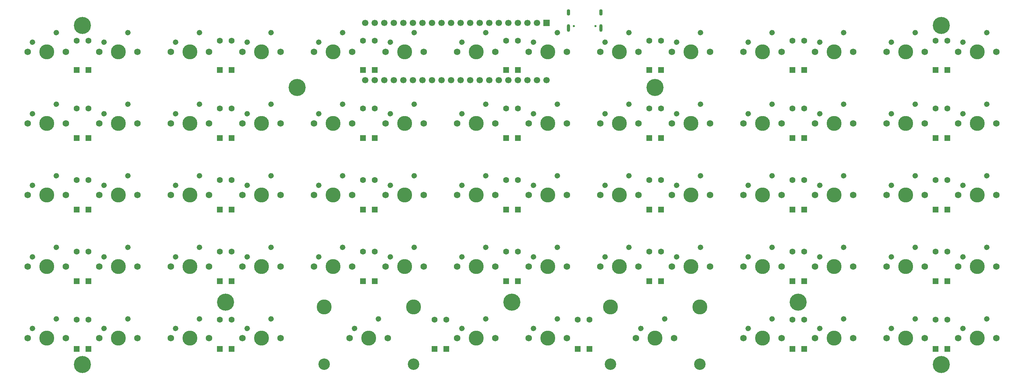
<source format=gbr>
%TF.GenerationSoftware,KiCad,Pcbnew,(6.0.4)*%
%TF.CreationDate,2022-09-11T20:25:19+10:00*%
%TF.ProjectId,pcb,7063622e-6b69-4636-9164-5f7063625858,rev?*%
%TF.SameCoordinates,Original*%
%TF.FileFunction,Soldermask,Top*%
%TF.FilePolarity,Negative*%
%FSLAX46Y46*%
G04 Gerber Fmt 4.6, Leading zero omitted, Abs format (unit mm)*
G04 Created by KiCad (PCBNEW (6.0.4)) date 2022-09-11 20:25:19*
%MOMM*%
%LPD*%
G01*
G04 APERTURE LIST*
%ADD10C,0.735000*%
%ADD11C,1.750000*%
%ADD12C,3.987800*%
%ADD13C,4.550000*%
%ADD14R,1.700000X1.700000*%
%ADD15C,1.700000*%
%ADD16C,3.048000*%
%ADD17R,1.600000X1.600000*%
%ADD18C,1.600000*%
%ADD19C,0.600000*%
%ADD20O,0.900000X2.000000*%
%ADD21O,0.900000X1.700000*%
G04 APERTURE END LIST*
%TO.C,SW17*%
D10*
X44182500Y-26035000D02*
G75*
G03*
X44182500Y-26035000I-367500J0D01*
G01*
X50532500Y-23495000D02*
G75*
G03*
X50532500Y-23495000I-367500J0D01*
G01*
%TO.C,SW31*%
X50532500Y-42545000D02*
G75*
G03*
X50532500Y-42545000I-367500J0D01*
G01*
X44182500Y-45085000D02*
G75*
G03*
X44182500Y-45085000I-367500J0D01*
G01*
%TO.C,SW3*%
X50532500Y-4445000D02*
G75*
G03*
X50532500Y-4445000I-367500J0D01*
G01*
X44182500Y-6985000D02*
G75*
G03*
X44182500Y-6985000I-367500J0D01*
G01*
%TO.C,SW30*%
X25132500Y-45085000D02*
G75*
G03*
X25132500Y-45085000I-367500J0D01*
G01*
X31482500Y-42545000D02*
G75*
G03*
X31482500Y-42545000I-367500J0D01*
G01*
%TO.C,SW60*%
X69582500Y-80645000D02*
G75*
G03*
X69582500Y-80645000I-367500J0D01*
G01*
X63232500Y-83185000D02*
G75*
G03*
X63232500Y-83185000I-367500J0D01*
G01*
%TO.C,SW33*%
X88632500Y-42545000D02*
G75*
G03*
X88632500Y-42545000I-367500J0D01*
G01*
X82282500Y-45085000D02*
G75*
G03*
X82282500Y-45085000I-367500J0D01*
G01*
%TO.C,SW46*%
X63232500Y-64135000D02*
G75*
G03*
X63232500Y-64135000I-367500J0D01*
G01*
X69582500Y-61595000D02*
G75*
G03*
X69582500Y-61595000I-367500J0D01*
G01*
%TO.C,SW65*%
X202932500Y-80645000D02*
G75*
G03*
X202932500Y-80645000I-367500J0D01*
G01*
X196582500Y-83185000D02*
G75*
G03*
X196582500Y-83185000I-367500J0D01*
G01*
%TO.C,SW57*%
X12432500Y-80645000D02*
G75*
G03*
X12432500Y-80645000I-367500J0D01*
G01*
X6082500Y-83185000D02*
G75*
G03*
X6082500Y-83185000I-367500J0D01*
G01*
%TO.C,SW68*%
X253732500Y-83185000D02*
G75*
G03*
X253732500Y-83185000I-367500J0D01*
G01*
X260082500Y-80645000D02*
G75*
G03*
X260082500Y-80645000I-367500J0D01*
G01*
%TO.C,SW47*%
X82282500Y-64135000D02*
G75*
G03*
X82282500Y-64135000I-367500J0D01*
G01*
X88632500Y-61595000D02*
G75*
G03*
X88632500Y-61595000I-367500J0D01*
G01*
%TO.C,SW51*%
X164832500Y-61595000D02*
G75*
G03*
X164832500Y-61595000I-367500J0D01*
G01*
X158482500Y-64135000D02*
G75*
G03*
X158482500Y-64135000I-367500J0D01*
G01*
%TO.C,SW43*%
X6082500Y-64135000D02*
G75*
G03*
X6082500Y-64135000I-367500J0D01*
G01*
X12432500Y-61595000D02*
G75*
G03*
X12432500Y-61595000I-367500J0D01*
G01*
%TO.C,SW58*%
X25132500Y-83185000D02*
G75*
G03*
X25132500Y-83185000I-367500J0D01*
G01*
X31482500Y-80645000D02*
G75*
G03*
X31482500Y-80645000I-367500J0D01*
G01*
%TO.C,SW1*%
X6082500Y-6985000D02*
G75*
G03*
X6082500Y-6985000I-367500J0D01*
G01*
X12432500Y-4445000D02*
G75*
G03*
X12432500Y-4445000I-367500J0D01*
G01*
%TO.C,SW42*%
X253732500Y-45085000D02*
G75*
G03*
X253732500Y-45085000I-367500J0D01*
G01*
X260082500Y-42545000D02*
G75*
G03*
X260082500Y-42545000I-367500J0D01*
G01*
%TO.C,SW11*%
X202932500Y-4445000D02*
G75*
G03*
X202932500Y-4445000I-367500J0D01*
G01*
X196582500Y-6985000D02*
G75*
G03*
X196582500Y-6985000I-367500J0D01*
G01*
%TO.C,SW54*%
X221982500Y-61595000D02*
G75*
G03*
X221982500Y-61595000I-367500J0D01*
G01*
X215632500Y-64135000D02*
G75*
G03*
X215632500Y-64135000I-367500J0D01*
G01*
%TO.C,SW38*%
X183882500Y-42545000D02*
G75*
G03*
X183882500Y-42545000I-367500J0D01*
G01*
X177532500Y-45085000D02*
G75*
G03*
X177532500Y-45085000I-367500J0D01*
G01*
%TO.C,SW63*%
X145782500Y-80645000D02*
G75*
G03*
X145782500Y-80645000I-367500J0D01*
G01*
X139432500Y-83185000D02*
G75*
G03*
X139432500Y-83185000I-367500J0D01*
G01*
%TO.C,SW5*%
X88632500Y-4445000D02*
G75*
G03*
X88632500Y-4445000I-367500J0D01*
G01*
X82282500Y-6985000D02*
G75*
G03*
X82282500Y-6985000I-367500J0D01*
G01*
%TO.C,SW10*%
X177532500Y-6985000D02*
G75*
G03*
X177532500Y-6985000I-367500J0D01*
G01*
X183882500Y-4445000D02*
G75*
G03*
X183882500Y-4445000I-367500J0D01*
G01*
%TO.C,SW52*%
X177532500Y-64135000D02*
G75*
G03*
X177532500Y-64135000I-367500J0D01*
G01*
X183882500Y-61595000D02*
G75*
G03*
X183882500Y-61595000I-367500J0D01*
G01*
%TO.C,SW23*%
X164832500Y-23495000D02*
G75*
G03*
X164832500Y-23495000I-367500J0D01*
G01*
X158482500Y-26035000D02*
G75*
G03*
X158482500Y-26035000I-367500J0D01*
G01*
%TO.C,SW48*%
X107682500Y-61595000D02*
G75*
G03*
X107682500Y-61595000I-367500J0D01*
G01*
X101332500Y-64135000D02*
G75*
G03*
X101332500Y-64135000I-367500J0D01*
G01*
%TO.C,SW39*%
X202932500Y-42545000D02*
G75*
G03*
X202932500Y-42545000I-367500J0D01*
G01*
X196582500Y-45085000D02*
G75*
G03*
X196582500Y-45085000I-367500J0D01*
G01*
%TO.C,SW14*%
X260082500Y-4445000D02*
G75*
G03*
X260082500Y-4445000I-367500J0D01*
G01*
X253732500Y-6985000D02*
G75*
G03*
X253732500Y-6985000I-367500J0D01*
G01*
%TO.C,SW59*%
X50532500Y-80645000D02*
G75*
G03*
X50532500Y-80645000I-367500J0D01*
G01*
X44182500Y-83185000D02*
G75*
G03*
X44182500Y-83185000I-367500J0D01*
G01*
%TO.C,SW56*%
X260082500Y-61595000D02*
G75*
G03*
X260082500Y-61595000I-367500J0D01*
G01*
X253732500Y-64135000D02*
G75*
G03*
X253732500Y-64135000I-367500J0D01*
G01*
%TO.C,SW49*%
X126732500Y-61595000D02*
G75*
G03*
X126732500Y-61595000I-367500J0D01*
G01*
X120382500Y-64135000D02*
G75*
G03*
X120382500Y-64135000I-367500J0D01*
G01*
%TO.C,SW66*%
X215632500Y-83185000D02*
G75*
G03*
X215632500Y-83185000I-367500J0D01*
G01*
X221982500Y-80645000D02*
G75*
G03*
X221982500Y-80645000I-367500J0D01*
G01*
%TO.C,SW50*%
X145782500Y-61595000D02*
G75*
G03*
X145782500Y-61595000I-367500J0D01*
G01*
X139432500Y-64135000D02*
G75*
G03*
X139432500Y-64135000I-367500J0D01*
G01*
%TO.C,SW13*%
X241032500Y-4445000D02*
G75*
G03*
X241032500Y-4445000I-367500J0D01*
G01*
X234682500Y-6985000D02*
G75*
G03*
X234682500Y-6985000I-367500J0D01*
G01*
%TO.C,SW9*%
X158482500Y-6985000D02*
G75*
G03*
X158482500Y-6985000I-367500J0D01*
G01*
X164832500Y-4445000D02*
G75*
G03*
X164832500Y-4445000I-367500J0D01*
G01*
%TO.C,SW45*%
X50532500Y-61595000D02*
G75*
G03*
X50532500Y-61595000I-367500J0D01*
G01*
X44182500Y-64135000D02*
G75*
G03*
X44182500Y-64135000I-367500J0D01*
G01*
%TO.C,SW4*%
X69582500Y-4445000D02*
G75*
G03*
X69582500Y-4445000I-367500J0D01*
G01*
X63232500Y-6985000D02*
G75*
G03*
X63232500Y-6985000I-367500J0D01*
G01*
%TO.C,SW6*%
X101332500Y-6985000D02*
G75*
G03*
X101332500Y-6985000I-367500J0D01*
G01*
X107682500Y-4445000D02*
G75*
G03*
X107682500Y-4445000I-367500J0D01*
G01*
%TO.C,SW40*%
X215632500Y-45085000D02*
G75*
G03*
X215632500Y-45085000I-367500J0D01*
G01*
X221982500Y-42545000D02*
G75*
G03*
X221982500Y-42545000I-367500J0D01*
G01*
%TO.C,SW53*%
X202932500Y-61595000D02*
G75*
G03*
X202932500Y-61595000I-367500J0D01*
G01*
X196582500Y-64135000D02*
G75*
G03*
X196582500Y-64135000I-367500J0D01*
G01*
%TO.C,SW29*%
X6082500Y-45085000D02*
G75*
G03*
X6082500Y-45085000I-367500J0D01*
G01*
X12432500Y-42545000D02*
G75*
G03*
X12432500Y-42545000I-367500J0D01*
G01*
%TO.C,SW22*%
X145782500Y-23495000D02*
G75*
G03*
X145782500Y-23495000I-367500J0D01*
G01*
X139432500Y-26035000D02*
G75*
G03*
X139432500Y-26035000I-367500J0D01*
G01*
%TO.C,SW34*%
X101332500Y-45085000D02*
G75*
G03*
X101332500Y-45085000I-367500J0D01*
G01*
X107682500Y-42545000D02*
G75*
G03*
X107682500Y-42545000I-367500J0D01*
G01*
%TO.C,SW7*%
X120382500Y-6985000D02*
G75*
G03*
X120382500Y-6985000I-367500J0D01*
G01*
X126732500Y-4445000D02*
G75*
G03*
X126732500Y-4445000I-367500J0D01*
G01*
%TO.C,SW24*%
X183882500Y-23495000D02*
G75*
G03*
X183882500Y-23495000I-367500J0D01*
G01*
X177532500Y-26035000D02*
G75*
G03*
X177532500Y-26035000I-367500J0D01*
G01*
%TO.C,SW62*%
X126732500Y-80645000D02*
G75*
G03*
X126732500Y-80645000I-367500J0D01*
G01*
X120382500Y-83185000D02*
G75*
G03*
X120382500Y-83185000I-367500J0D01*
G01*
%TO.C,SW15*%
X12432500Y-23495000D02*
G75*
G03*
X12432500Y-23495000I-367500J0D01*
G01*
X6082500Y-26035000D02*
G75*
G03*
X6082500Y-26035000I-367500J0D01*
G01*
%TO.C,SW2*%
X31482500Y-4445000D02*
G75*
G03*
X31482500Y-4445000I-367500J0D01*
G01*
X25132500Y-6985000D02*
G75*
G03*
X25132500Y-6985000I-367500J0D01*
G01*
%TO.C,SW18*%
X69582500Y-23495000D02*
G75*
G03*
X69582500Y-23495000I-367500J0D01*
G01*
X63232500Y-26035000D02*
G75*
G03*
X63232500Y-26035000I-367500J0D01*
G01*
%TO.C,SW12*%
X215632500Y-6985000D02*
G75*
G03*
X215632500Y-6985000I-367500J0D01*
G01*
X221982500Y-4445000D02*
G75*
G03*
X221982500Y-4445000I-367500J0D01*
G01*
%TO.C,SW61*%
X91807500Y-83185000D02*
G75*
G03*
X91807500Y-83185000I-367500J0D01*
G01*
X98157500Y-80645000D02*
G75*
G03*
X98157500Y-80645000I-367500J0D01*
G01*
%TO.C,SW67*%
X234682500Y-83185000D02*
G75*
G03*
X234682500Y-83185000I-367500J0D01*
G01*
X241032500Y-80645000D02*
G75*
G03*
X241032500Y-80645000I-367500J0D01*
G01*
%TO.C,SW36*%
X139432500Y-45085000D02*
G75*
G03*
X139432500Y-45085000I-367500J0D01*
G01*
X145782500Y-42545000D02*
G75*
G03*
X145782500Y-42545000I-367500J0D01*
G01*
%TO.C,SW55*%
X241032500Y-61595000D02*
G75*
G03*
X241032500Y-61595000I-367500J0D01*
G01*
X234682500Y-64135000D02*
G75*
G03*
X234682500Y-64135000I-367500J0D01*
G01*
%TO.C,SW26*%
X221982500Y-23495000D02*
G75*
G03*
X221982500Y-23495000I-367500J0D01*
G01*
X215632500Y-26035000D02*
G75*
G03*
X215632500Y-26035000I-367500J0D01*
G01*
%TO.C,SW8*%
X139432500Y-6985000D02*
G75*
G03*
X139432500Y-6985000I-367500J0D01*
G01*
X145782500Y-4445000D02*
G75*
G03*
X145782500Y-4445000I-367500J0D01*
G01*
%TO.C,SW37*%
X158482500Y-45085000D02*
G75*
G03*
X158482500Y-45085000I-367500J0D01*
G01*
X164832500Y-42545000D02*
G75*
G03*
X164832500Y-42545000I-367500J0D01*
G01*
%TO.C,SW25*%
X202932500Y-23495000D02*
G75*
G03*
X202932500Y-23495000I-367500J0D01*
G01*
X196582500Y-26035000D02*
G75*
G03*
X196582500Y-26035000I-367500J0D01*
G01*
%TO.C,SW64*%
X168007500Y-83185000D02*
G75*
G03*
X168007500Y-83185000I-367500J0D01*
G01*
X174357500Y-80645000D02*
G75*
G03*
X174357500Y-80645000I-367500J0D01*
G01*
%TO.C,SW41*%
X234682500Y-45085000D02*
G75*
G03*
X234682500Y-45085000I-367500J0D01*
G01*
X241032500Y-42545000D02*
G75*
G03*
X241032500Y-42545000I-367500J0D01*
G01*
%TO.C,SW21*%
X120382500Y-26035000D02*
G75*
G03*
X120382500Y-26035000I-367500J0D01*
G01*
X126732500Y-23495000D02*
G75*
G03*
X126732500Y-23495000I-367500J0D01*
G01*
%TO.C,SW19*%
X82282500Y-26035000D02*
G75*
G03*
X82282500Y-26035000I-367500J0D01*
G01*
X88632500Y-23495000D02*
G75*
G03*
X88632500Y-23495000I-367500J0D01*
G01*
%TO.C,SW32*%
X63232500Y-45085000D02*
G75*
G03*
X63232500Y-45085000I-367500J0D01*
G01*
X69582500Y-42545000D02*
G75*
G03*
X69582500Y-42545000I-367500J0D01*
G01*
%TO.C,SW20*%
X101332500Y-26035000D02*
G75*
G03*
X101332500Y-26035000I-367500J0D01*
G01*
X107682500Y-23495000D02*
G75*
G03*
X107682500Y-23495000I-367500J0D01*
G01*
%TO.C,SW28*%
X260082500Y-23495000D02*
G75*
G03*
X260082500Y-23495000I-367500J0D01*
G01*
X253732500Y-26035000D02*
G75*
G03*
X253732500Y-26035000I-367500J0D01*
G01*
%TO.C,SW44*%
X25132500Y-64135000D02*
G75*
G03*
X25132500Y-64135000I-367500J0D01*
G01*
X31482500Y-61595000D02*
G75*
G03*
X31482500Y-61595000I-367500J0D01*
G01*
%TO.C,SW27*%
X234682500Y-26035000D02*
G75*
G03*
X234682500Y-26035000I-367500J0D01*
G01*
X241032500Y-23495000D02*
G75*
G03*
X241032500Y-23495000I-367500J0D01*
G01*
%TO.C,SW16*%
X31482500Y-23495000D02*
G75*
G03*
X31482500Y-23495000I-367500J0D01*
G01*
X25132500Y-26035000D02*
G75*
G03*
X25132500Y-26035000I-367500J0D01*
G01*
%TO.C,SW35*%
X120382500Y-45085000D02*
G75*
G03*
X120382500Y-45085000I-367500J0D01*
G01*
X126732500Y-42545000D02*
G75*
G03*
X126732500Y-42545000I-367500J0D01*
G01*
%TD*%
D11*
%TO.C,SW17*%
X52705000Y-28575000D03*
D12*
X47625000Y-28575000D03*
D11*
X42545000Y-28575000D03*
%TD*%
%TO.C,SW31*%
X42545000Y-47625000D03*
X52705000Y-47625000D03*
D12*
X47625000Y-47625000D03*
%TD*%
D13*
%TO.C,H8*%
X19050000Y-92750000D03*
%TD*%
D11*
%TO.C,SW3*%
X42545000Y-9525000D03*
D12*
X47625000Y-9525000D03*
D11*
X52705000Y-9525000D03*
%TD*%
%TO.C,SW30*%
X33655000Y-47625000D03*
D12*
X28575000Y-47625000D03*
D11*
X23495000Y-47625000D03*
%TD*%
%TO.C,SW60*%
X61595000Y-85725000D03*
D12*
X66675000Y-85725000D03*
D11*
X71755000Y-85725000D03*
%TD*%
%TO.C,SW33*%
X90805000Y-47625000D03*
X80645000Y-47625000D03*
D12*
X85725000Y-47625000D03*
%TD*%
%TO.C,SW46*%
X66675000Y-66675000D03*
D11*
X71755000Y-66675000D03*
X61595000Y-66675000D03*
%TD*%
D12*
%TO.C,SW65*%
X200025000Y-85725000D03*
D11*
X205105000Y-85725000D03*
X194945000Y-85725000D03*
%TD*%
%TO.C,SW57*%
X4445000Y-85725000D03*
D12*
X9525000Y-85725000D03*
D11*
X14605000Y-85725000D03*
%TD*%
D14*
%TO.C,U1*%
X142550000Y-1850000D03*
D15*
X140010000Y-1850000D03*
X137470000Y-1850000D03*
X134930000Y-1850000D03*
X132390000Y-1850000D03*
X129850000Y-1850000D03*
X127310000Y-1850000D03*
X124770000Y-1850000D03*
X122230000Y-1850000D03*
X119690000Y-1850000D03*
X117150000Y-1850000D03*
X114610000Y-1850000D03*
X112070000Y-1850000D03*
X109530000Y-1850000D03*
X106990000Y-1850000D03*
X104450000Y-1850000D03*
X101910000Y-1850000D03*
X99370000Y-1850000D03*
X96830000Y-1850000D03*
X94290000Y-1850000D03*
X94290000Y-17090000D03*
X96830000Y-17090000D03*
X99370000Y-17090000D03*
X101910000Y-17090000D03*
X104450000Y-17090000D03*
X106990000Y-17090000D03*
X109530000Y-17090000D03*
X112070000Y-17090000D03*
X114610000Y-17090000D03*
X117150000Y-17090000D03*
X119690000Y-17090000D03*
X122230000Y-17090000D03*
X124770000Y-17090000D03*
X127310000Y-17090000D03*
X129850000Y-17090000D03*
X132390000Y-17090000D03*
X134930000Y-17090000D03*
X137470000Y-17090000D03*
X140010000Y-17090000D03*
X142550000Y-17090000D03*
%TD*%
D11*
%TO.C,SW68*%
X262255000Y-85725000D03*
X252095000Y-85725000D03*
D12*
X257175000Y-85725000D03*
%TD*%
D11*
%TO.C,SW47*%
X80645000Y-66675000D03*
X90805000Y-66675000D03*
D12*
X85725000Y-66675000D03*
%TD*%
D11*
%TO.C,SW51*%
X167005000Y-66675000D03*
D12*
X161925000Y-66675000D03*
D11*
X156845000Y-66675000D03*
%TD*%
%TO.C,SW43*%
X14605000Y-66675000D03*
D12*
X9525000Y-66675000D03*
D11*
X4445000Y-66675000D03*
%TD*%
%TO.C,SW58*%
X33655000Y-85725000D03*
D12*
X28575000Y-85725000D03*
D11*
X23495000Y-85725000D03*
%TD*%
%TO.C,SW1*%
X14605000Y-9525000D03*
D12*
X9525000Y-9525000D03*
D11*
X4445000Y-9525000D03*
%TD*%
D12*
%TO.C,SW42*%
X257175000Y-47625000D03*
D11*
X262255000Y-47625000D03*
X252095000Y-47625000D03*
%TD*%
%TO.C,SW11*%
X194945000Y-9525000D03*
D12*
X200025000Y-9525000D03*
D11*
X205105000Y-9525000D03*
%TD*%
D12*
%TO.C,SW54*%
X219075000Y-66675000D03*
D11*
X213995000Y-66675000D03*
X224155000Y-66675000D03*
%TD*%
D12*
%TO.C,SW38*%
X180975000Y-47625000D03*
D11*
X175895000Y-47625000D03*
X186055000Y-47625000D03*
%TD*%
%TO.C,SW63*%
X137795000Y-85725000D03*
X147955000Y-85725000D03*
D12*
X142875000Y-85725000D03*
%TD*%
D11*
%TO.C,SW5*%
X90805000Y-9525000D03*
D12*
X85725000Y-9525000D03*
D11*
X80645000Y-9525000D03*
%TD*%
D12*
%TO.C,SW10*%
X180975000Y-9525000D03*
D11*
X186055000Y-9525000D03*
X175895000Y-9525000D03*
%TD*%
D12*
%TO.C,SW52*%
X180975000Y-66675000D03*
D11*
X175895000Y-66675000D03*
X186055000Y-66675000D03*
%TD*%
D13*
%TO.C,H3*%
X171450000Y-19050000D03*
%TD*%
D11*
%TO.C,SW23*%
X167005000Y-28575000D03*
D12*
X161925000Y-28575000D03*
D11*
X156845000Y-28575000D03*
%TD*%
D12*
%TO.C,SW48*%
X104775000Y-66675000D03*
D11*
X109855000Y-66675000D03*
X99695000Y-66675000D03*
%TD*%
D13*
%TO.C,H7*%
X209550000Y-76200000D03*
%TD*%
D11*
%TO.C,SW39*%
X194945000Y-47625000D03*
D12*
X200025000Y-47625000D03*
D11*
X205105000Y-47625000D03*
%TD*%
D13*
%TO.C,H9*%
X247650000Y-92750000D03*
%TD*%
D11*
%TO.C,SW14*%
X262255000Y-9525000D03*
D12*
X257175000Y-9525000D03*
D11*
X252095000Y-9525000D03*
%TD*%
D12*
%TO.C,SW59*%
X47625000Y-85725000D03*
D11*
X52705000Y-85725000D03*
X42545000Y-85725000D03*
%TD*%
%TO.C,SW56*%
X252095000Y-66675000D03*
D12*
X257175000Y-66675000D03*
D11*
X262255000Y-66675000D03*
%TD*%
%TO.C,SW49*%
X128905000Y-66675000D03*
D12*
X123825000Y-66675000D03*
D11*
X118745000Y-66675000D03*
%TD*%
%TO.C,SW66*%
X213995000Y-85725000D03*
X224155000Y-85725000D03*
D12*
X219075000Y-85725000D03*
%TD*%
%TO.C,SW50*%
X142875000Y-66675000D03*
D11*
X137795000Y-66675000D03*
X147955000Y-66675000D03*
%TD*%
D13*
%TO.C,H6*%
X133350000Y-76200000D03*
%TD*%
D12*
%TO.C,SW13*%
X238125000Y-9525000D03*
D11*
X233045000Y-9525000D03*
X243205000Y-9525000D03*
%TD*%
%TO.C,SW9*%
X167005000Y-9525000D03*
D12*
X161925000Y-9525000D03*
D11*
X156845000Y-9525000D03*
%TD*%
%TO.C,SW45*%
X52705000Y-66675000D03*
D12*
X47625000Y-66675000D03*
D11*
X42545000Y-66675000D03*
%TD*%
D12*
%TO.C,SW4*%
X66675000Y-9525000D03*
D11*
X71755000Y-9525000D03*
X61595000Y-9525000D03*
%TD*%
%TO.C,SW6*%
X109855000Y-9525000D03*
D12*
X104775000Y-9525000D03*
D11*
X99695000Y-9525000D03*
%TD*%
%TO.C,SW40*%
X213995000Y-47625000D03*
X224155000Y-47625000D03*
D12*
X219075000Y-47625000D03*
%TD*%
D11*
%TO.C,SW53*%
X194945000Y-66675000D03*
X205105000Y-66675000D03*
D12*
X200025000Y-66675000D03*
%TD*%
%TO.C,SW29*%
X9525000Y-47625000D03*
D11*
X4445000Y-47625000D03*
X14605000Y-47625000D03*
%TD*%
%TO.C,SW22*%
X147955000Y-28575000D03*
D12*
X142875000Y-28575000D03*
D11*
X137795000Y-28575000D03*
%TD*%
D12*
%TO.C,SW34*%
X104775000Y-47625000D03*
D11*
X99695000Y-47625000D03*
X109855000Y-47625000D03*
%TD*%
%TO.C,SW7*%
X128905000Y-9525000D03*
D12*
X123825000Y-9525000D03*
D11*
X118745000Y-9525000D03*
%TD*%
%TO.C,SW24*%
X186055000Y-28575000D03*
X175895000Y-28575000D03*
D12*
X180975000Y-28575000D03*
%TD*%
%TO.C,SW62*%
X123825000Y-85725000D03*
D11*
X118745000Y-85725000D03*
X128905000Y-85725000D03*
%TD*%
D12*
%TO.C,SW15*%
X9525000Y-28575000D03*
D11*
X14605000Y-28575000D03*
X4445000Y-28575000D03*
%TD*%
D13*
%TO.C,H4*%
X247650000Y-2500000D03*
%TD*%
D11*
%TO.C,SW2*%
X23495000Y-9525000D03*
D12*
X28575000Y-9525000D03*
D11*
X33655000Y-9525000D03*
%TD*%
D13*
%TO.C,H5*%
X57150000Y-76200000D03*
%TD*%
D11*
%TO.C,SW18*%
X71755000Y-28575000D03*
D12*
X66675000Y-28575000D03*
D11*
X61595000Y-28575000D03*
%TD*%
%TO.C,SW12*%
X224155000Y-9525000D03*
D12*
X219075000Y-9525000D03*
D11*
X213995000Y-9525000D03*
%TD*%
D16*
%TO.C,SW61*%
X107156250Y-92710000D03*
D12*
X95250000Y-85725000D03*
D16*
X83343750Y-92710000D03*
D12*
X83343750Y-77470000D03*
D11*
X100330000Y-85725000D03*
D12*
X107156250Y-77470000D03*
D11*
X90170000Y-85725000D03*
%TD*%
D12*
%TO.C,SW67*%
X238125000Y-85725000D03*
D11*
X243205000Y-85725000D03*
X233045000Y-85725000D03*
%TD*%
D12*
%TO.C,SW36*%
X142875000Y-47625000D03*
D11*
X147955000Y-47625000D03*
X137795000Y-47625000D03*
%TD*%
D12*
%TO.C,SW55*%
X238125000Y-66675000D03*
D11*
X243205000Y-66675000D03*
X233045000Y-66675000D03*
%TD*%
D12*
%TO.C,SW26*%
X219075000Y-28575000D03*
D11*
X213995000Y-28575000D03*
X224155000Y-28575000D03*
%TD*%
D13*
%TO.C,H2*%
X76200000Y-19050000D03*
%TD*%
D11*
%TO.C,SW8*%
X137795000Y-9525000D03*
D12*
X142875000Y-9525000D03*
D11*
X147955000Y-9525000D03*
%TD*%
D12*
%TO.C,SW37*%
X161925000Y-47625000D03*
D11*
X167005000Y-47625000D03*
X156845000Y-47625000D03*
%TD*%
%TO.C,SW25*%
X205105000Y-28575000D03*
X194945000Y-28575000D03*
D12*
X200025000Y-28575000D03*
%TD*%
%TO.C,SW64*%
X183356250Y-77470000D03*
D11*
X166370000Y-85725000D03*
D16*
X159543750Y-92710000D03*
D12*
X171450000Y-85725000D03*
D16*
X183356250Y-92710000D03*
D11*
X176530000Y-85725000D03*
D12*
X159543750Y-77470000D03*
%TD*%
D11*
%TO.C,SW41*%
X243205000Y-47625000D03*
D12*
X238125000Y-47625000D03*
D11*
X233045000Y-47625000D03*
%TD*%
D12*
%TO.C,SW21*%
X123825000Y-28575000D03*
D11*
X128905000Y-28575000D03*
X118745000Y-28575000D03*
%TD*%
D12*
%TO.C,SW19*%
X85725000Y-28575000D03*
D11*
X80645000Y-28575000D03*
X90805000Y-28575000D03*
%TD*%
%TO.C,SW32*%
X61595000Y-47625000D03*
X71755000Y-47625000D03*
D12*
X66675000Y-47625000D03*
%TD*%
D11*
%TO.C,SW20*%
X99695000Y-28575000D03*
D12*
X104775000Y-28575000D03*
D11*
X109855000Y-28575000D03*
%TD*%
D13*
%TO.C,H1*%
X19050000Y-2500000D03*
%TD*%
D11*
%TO.C,SW28*%
X262255000Y-28575000D03*
D12*
X257175000Y-28575000D03*
D11*
X252095000Y-28575000D03*
%TD*%
%TO.C,SW44*%
X23495000Y-66675000D03*
D12*
X28575000Y-66675000D03*
D11*
X33655000Y-66675000D03*
%TD*%
%TO.C,SW27*%
X243205000Y-28575000D03*
D12*
X238125000Y-28575000D03*
D11*
X233045000Y-28575000D03*
%TD*%
D12*
%TO.C,SW16*%
X28575000Y-28575000D03*
D11*
X33655000Y-28575000D03*
X23495000Y-28575000D03*
%TD*%
D12*
%TO.C,SW35*%
X123825000Y-47625000D03*
D11*
X128905000Y-47625000D03*
X118745000Y-47625000D03*
%TD*%
D17*
%TO.C,D50*%
X134950000Y-70575000D03*
D18*
X134950000Y-62775000D03*
%TD*%
D17*
%TO.C,D6*%
X96850000Y-14425000D03*
D18*
X96850000Y-6625000D03*
%TD*%
D17*
%TO.C,D28*%
X249250000Y-32475000D03*
D18*
X249250000Y-24675000D03*
%TD*%
D17*
%TO.C,D26*%
X211150000Y-32475000D03*
D18*
X211150000Y-24675000D03*
%TD*%
D17*
%TO.C,D8*%
X134950000Y-14425000D03*
D18*
X134950000Y-6625000D03*
%TD*%
D17*
%TO.C,D34*%
X96850000Y-51525000D03*
D18*
X96850000Y-43725000D03*
%TD*%
D17*
%TO.C,D64*%
X154000000Y-88625000D03*
D18*
X154000000Y-80825000D03*
%TD*%
D17*
%TO.C,D39*%
X207950000Y-51525000D03*
D18*
X207950000Y-43725000D03*
%TD*%
D17*
%TO.C,D58*%
X20650000Y-88625000D03*
D18*
X20650000Y-80825000D03*
%TD*%
D17*
%TO.C,D14*%
X249250000Y-14425000D03*
D18*
X249250000Y-6625000D03*
%TD*%
D17*
%TO.C,D30*%
X20650000Y-51525000D03*
D18*
X20650000Y-43725000D03*
%TD*%
D17*
%TO.C,D36*%
X134950000Y-51525000D03*
D18*
X134950000Y-43725000D03*
%TD*%
D17*
%TO.C,D38*%
X173050000Y-51525000D03*
D18*
X173050000Y-43725000D03*
%TD*%
D17*
%TO.C,D57*%
X17450000Y-88625000D03*
D18*
X17450000Y-80825000D03*
%TD*%
D17*
%TO.C,D19*%
X93650000Y-32475000D03*
D18*
X93650000Y-24675000D03*
%TD*%
D17*
%TO.C,D23*%
X169850000Y-32475000D03*
D18*
X169850000Y-24675000D03*
%TD*%
D17*
%TO.C,D55*%
X246050000Y-70575000D03*
D18*
X246050000Y-62775000D03*
%TD*%
D17*
%TO.C,D10*%
X173050000Y-14425000D03*
D18*
X173050000Y-6625000D03*
%TD*%
D17*
%TO.C,D65*%
X207950000Y-88625000D03*
D18*
X207950000Y-80825000D03*
%TD*%
D17*
%TO.C,D3*%
X55550000Y-14425000D03*
D18*
X55550000Y-6625000D03*
%TD*%
D19*
%TO.C,J2*%
X149810000Y-2725000D03*
X155590000Y-2725000D03*
D20*
X157020000Y-3205000D03*
X148380000Y-3205000D03*
D21*
X148380000Y965000D03*
X157020000Y965000D03*
%TD*%
D17*
%TO.C,D41*%
X246050000Y-51525000D03*
D18*
X246050000Y-43725000D03*
%TD*%
D17*
%TO.C,D53*%
X207950000Y-70575000D03*
D18*
X207950000Y-62775000D03*
%TD*%
D17*
%TO.C,D37*%
X169850000Y-51525000D03*
D18*
X169850000Y-43725000D03*
%TD*%
D17*
%TO.C,D4*%
X58750000Y-14425000D03*
D18*
X58750000Y-6625000D03*
%TD*%
D17*
%TO.C,D51*%
X169850000Y-70575000D03*
D18*
X169850000Y-62775000D03*
%TD*%
D17*
%TO.C,D54*%
X211150000Y-70575000D03*
D18*
X211150000Y-62775000D03*
%TD*%
D17*
%TO.C,D1*%
X17450000Y-14425000D03*
D18*
X17450000Y-6625000D03*
%TD*%
D17*
%TO.C,D11*%
X207950000Y-14425000D03*
D18*
X207950000Y-6625000D03*
%TD*%
D17*
%TO.C,D67*%
X246050000Y-88625000D03*
D18*
X246050000Y-80825000D03*
%TD*%
D17*
%TO.C,D46*%
X58750000Y-70575000D03*
D18*
X58750000Y-62775000D03*
%TD*%
D17*
%TO.C,D49*%
X131750000Y-70575000D03*
D18*
X131750000Y-62775000D03*
%TD*%
D17*
%TO.C,D68*%
X249250000Y-88625000D03*
D18*
X249250000Y-80825000D03*
%TD*%
D17*
%TO.C,D25*%
X207950000Y-32475000D03*
D18*
X207950000Y-24675000D03*
%TD*%
D17*
%TO.C,D12*%
X211150000Y-14425000D03*
D18*
X211150000Y-6625000D03*
%TD*%
D17*
%TO.C,D9*%
X169850000Y-14425000D03*
D18*
X169850000Y-6625000D03*
%TD*%
D17*
%TO.C,D60*%
X58750000Y-88625000D03*
D18*
X58750000Y-80825000D03*
%TD*%
D17*
%TO.C,D24*%
X173050000Y-32475000D03*
D18*
X173050000Y-24675000D03*
%TD*%
D17*
%TO.C,D40*%
X211150000Y-51525000D03*
D18*
X211150000Y-43725000D03*
%TD*%
D17*
%TO.C,D29*%
X17450000Y-51525000D03*
D18*
X17450000Y-43725000D03*
%TD*%
D17*
%TO.C,D42*%
X249250000Y-51525000D03*
D18*
X249250000Y-43725000D03*
%TD*%
D17*
%TO.C,D5*%
X93650000Y-14425000D03*
D18*
X93650000Y-6625000D03*
%TD*%
D17*
%TO.C,D63*%
X150800000Y-88625000D03*
D18*
X150800000Y-80825000D03*
%TD*%
D17*
%TO.C,D16*%
X20650000Y-32475000D03*
D18*
X20650000Y-24675000D03*
%TD*%
D17*
%TO.C,D61*%
X112700000Y-88625000D03*
D18*
X112700000Y-80825000D03*
%TD*%
D17*
%TO.C,D20*%
X96850000Y-32475000D03*
D18*
X96850000Y-24675000D03*
%TD*%
D17*
%TO.C,D31*%
X55550000Y-51525000D03*
D18*
X55550000Y-43725000D03*
%TD*%
D17*
%TO.C,D47*%
X93650000Y-70575000D03*
D18*
X93650000Y-62775000D03*
%TD*%
D17*
%TO.C,D52*%
X173050000Y-70575000D03*
D18*
X173050000Y-62775000D03*
%TD*%
D17*
%TO.C,D32*%
X58750000Y-51525000D03*
D18*
X58750000Y-43725000D03*
%TD*%
D17*
%TO.C,D7*%
X131750000Y-14425000D03*
D18*
X131750000Y-6625000D03*
%TD*%
D17*
%TO.C,D18*%
X58750000Y-32475000D03*
D18*
X58750000Y-24675000D03*
%TD*%
D17*
%TO.C,D48*%
X96850000Y-70575000D03*
D18*
X96850000Y-62775000D03*
%TD*%
D17*
%TO.C,D15*%
X17450000Y-32475000D03*
D18*
X17450000Y-24675000D03*
%TD*%
D17*
%TO.C,D44*%
X20650000Y-70575000D03*
D18*
X20650000Y-62775000D03*
%TD*%
D17*
%TO.C,D13*%
X246050000Y-14425000D03*
D18*
X246050000Y-6625000D03*
%TD*%
D17*
%TO.C,D43*%
X17450000Y-70575000D03*
D18*
X17450000Y-62775000D03*
%TD*%
D17*
%TO.C,D56*%
X249250000Y-70575000D03*
D18*
X249250000Y-62775000D03*
%TD*%
D17*
%TO.C,D66*%
X211150000Y-88625000D03*
D18*
X211150000Y-80825000D03*
%TD*%
D17*
%TO.C,D33*%
X93650000Y-51525000D03*
D18*
X93650000Y-43725000D03*
%TD*%
D17*
%TO.C,D35*%
X131750000Y-51525000D03*
D18*
X131750000Y-43725000D03*
%TD*%
D17*
%TO.C,D59*%
X55550000Y-88625000D03*
D18*
X55550000Y-80825000D03*
%TD*%
D17*
%TO.C,D22*%
X134950000Y-32475000D03*
D18*
X134950000Y-24675000D03*
%TD*%
D17*
%TO.C,D62*%
X115900000Y-88625000D03*
D18*
X115900000Y-80825000D03*
%TD*%
D17*
%TO.C,D27*%
X246050000Y-32475000D03*
D18*
X246050000Y-24675000D03*
%TD*%
D17*
%TO.C,D17*%
X55550000Y-32475000D03*
D18*
X55550000Y-24675000D03*
%TD*%
D17*
%TO.C,D2*%
X20650000Y-14425000D03*
D18*
X20650000Y-6625000D03*
%TD*%
D17*
%TO.C,D21*%
X131750000Y-32475000D03*
D18*
X131750000Y-24675000D03*
%TD*%
D17*
%TO.C,D45*%
X55550000Y-70575000D03*
D18*
X55550000Y-62775000D03*
%TD*%
M02*

</source>
